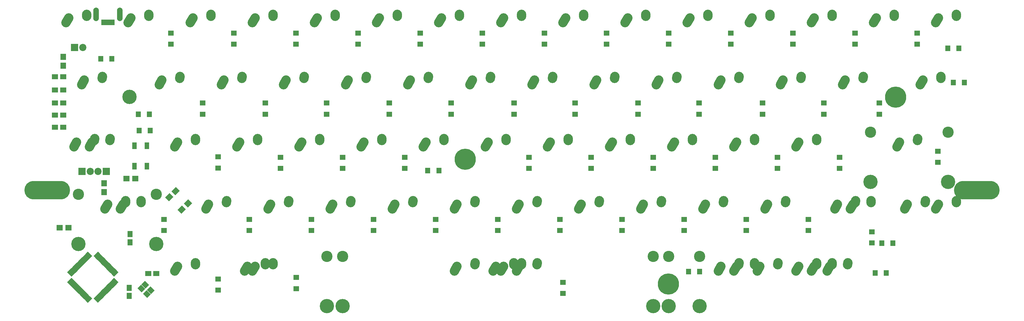
<source format=gbs>
G04 #@! TF.FileFunction,Soldermask,Bot*
%FSLAX46Y46*%
G04 Gerber Fmt 4.6, Leading zero omitted, Abs format (unit mm)*
G04 Created by KiCad (PCBNEW 4.0.5+dfsg1-4) date Tue May 30 14:12:21 2017*
%MOMM*%
%LPD*%
G01*
G04 APERTURE LIST*
%ADD10C,0.100000*%
%ADD11C,2.900000*%
%ADD12C,3.448000*%
%ADD13C,4.380200*%
%ADD14R,1.900000X1.650000*%
%ADD15R,1.650000X1.900000*%
%ADD16R,1.900000X1.700000*%
%ADD17R,1.400000X2.100000*%
%ADD18O,14.000000X5.600000*%
%ADD19C,4.400000*%
%ADD20C,6.500000*%
%ADD21R,2.200000X2.200000*%
%ADD22C,2.200000*%
%ADD23R,1.700000X1.900000*%
%ADD24R,0.900000X1.800000*%
%ADD25O,1.700000X4.200000*%
%ADD26R,1.600000X1.800000*%
%ADD27R,1.800000X1.600000*%
G04 APERTURE END LIST*
D10*
D11*
X211312953Y-179356296D02*
X210502047Y-180816204D01*
X216852224Y-178276922D02*
X216812776Y-178855578D01*
D12*
X100012500Y-157321250D03*
D13*
X100012500Y-172561250D03*
D12*
X76200000Y-157321250D03*
D13*
X76200000Y-172561250D03*
D10*
G36*
X82137958Y-174833437D02*
X82809709Y-175505188D01*
X81466206Y-176848691D01*
X80794455Y-176176940D01*
X82137958Y-174833437D01*
X82137958Y-174833437D01*
G37*
G36*
X82703643Y-175399123D02*
X83375394Y-176070874D01*
X82031891Y-177414377D01*
X81360140Y-176742626D01*
X82703643Y-175399123D01*
X82703643Y-175399123D01*
G37*
G36*
X83269328Y-175964808D02*
X83941079Y-176636559D01*
X82597576Y-177980062D01*
X81925825Y-177308311D01*
X83269328Y-175964808D01*
X83269328Y-175964808D01*
G37*
G36*
X83835014Y-176530493D02*
X84506765Y-177202244D01*
X83163262Y-178545747D01*
X82491511Y-177873996D01*
X83835014Y-176530493D01*
X83835014Y-176530493D01*
G37*
G36*
X84400699Y-177096179D02*
X85072450Y-177767930D01*
X83728947Y-179111433D01*
X83057196Y-178439682D01*
X84400699Y-177096179D01*
X84400699Y-177096179D01*
G37*
G36*
X84966385Y-177661864D02*
X85638136Y-178333615D01*
X84294633Y-179677118D01*
X83622882Y-179005367D01*
X84966385Y-177661864D01*
X84966385Y-177661864D01*
G37*
G36*
X85532070Y-178227550D02*
X86203821Y-178899301D01*
X84860318Y-180242804D01*
X84188567Y-179571053D01*
X85532070Y-178227550D01*
X85532070Y-178227550D01*
G37*
G36*
X86097756Y-178793235D02*
X86769507Y-179464986D01*
X85426004Y-180808489D01*
X84754253Y-180136738D01*
X86097756Y-178793235D01*
X86097756Y-178793235D01*
G37*
G36*
X86663441Y-179358921D02*
X87335192Y-180030672D01*
X85991689Y-181374175D01*
X85319938Y-180702424D01*
X86663441Y-179358921D01*
X86663441Y-179358921D01*
G37*
G36*
X87229126Y-179924606D02*
X87900877Y-180596357D01*
X86557374Y-181939860D01*
X85885623Y-181268109D01*
X87229126Y-179924606D01*
X87229126Y-179924606D01*
G37*
G36*
X87794812Y-180490291D02*
X88466563Y-181162042D01*
X87123060Y-182505545D01*
X86451309Y-181833794D01*
X87794812Y-180490291D01*
X87794812Y-180490291D01*
G37*
G36*
X88466563Y-184237958D02*
X87794812Y-184909709D01*
X86451309Y-183566206D01*
X87123060Y-182894455D01*
X88466563Y-184237958D01*
X88466563Y-184237958D01*
G37*
G36*
X87900877Y-184803643D02*
X87229126Y-185475394D01*
X85885623Y-184131891D01*
X86557374Y-183460140D01*
X87900877Y-184803643D01*
X87900877Y-184803643D01*
G37*
G36*
X87335192Y-185369328D02*
X86663441Y-186041079D01*
X85319938Y-184697576D01*
X85991689Y-184025825D01*
X87335192Y-185369328D01*
X87335192Y-185369328D01*
G37*
G36*
X86769507Y-185935014D02*
X86097756Y-186606765D01*
X84754253Y-185263262D01*
X85426004Y-184591511D01*
X86769507Y-185935014D01*
X86769507Y-185935014D01*
G37*
G36*
X86203821Y-186500699D02*
X85532070Y-187172450D01*
X84188567Y-185828947D01*
X84860318Y-185157196D01*
X86203821Y-186500699D01*
X86203821Y-186500699D01*
G37*
G36*
X85638136Y-187066385D02*
X84966385Y-187738136D01*
X83622882Y-186394633D01*
X84294633Y-185722882D01*
X85638136Y-187066385D01*
X85638136Y-187066385D01*
G37*
G36*
X85072450Y-187632070D02*
X84400699Y-188303821D01*
X83057196Y-186960318D01*
X83728947Y-186288567D01*
X85072450Y-187632070D01*
X85072450Y-187632070D01*
G37*
G36*
X84506765Y-188197756D02*
X83835014Y-188869507D01*
X82491511Y-187526004D01*
X83163262Y-186854253D01*
X84506765Y-188197756D01*
X84506765Y-188197756D01*
G37*
G36*
X83941079Y-188763441D02*
X83269328Y-189435192D01*
X81925825Y-188091689D01*
X82597576Y-187419938D01*
X83941079Y-188763441D01*
X83941079Y-188763441D01*
G37*
G36*
X83375394Y-189329126D02*
X82703643Y-190000877D01*
X81360140Y-188657374D01*
X82031891Y-187985623D01*
X83375394Y-189329126D01*
X83375394Y-189329126D01*
G37*
G36*
X82809709Y-189894812D02*
X82137958Y-190566563D01*
X80794455Y-189223060D01*
X81466206Y-188551309D01*
X82809709Y-189894812D01*
X82809709Y-189894812D01*
G37*
G36*
X79733794Y-188551309D02*
X80405545Y-189223060D01*
X79062042Y-190566563D01*
X78390291Y-189894812D01*
X79733794Y-188551309D01*
X79733794Y-188551309D01*
G37*
G36*
X79168109Y-187985623D02*
X79839860Y-188657374D01*
X78496357Y-190000877D01*
X77824606Y-189329126D01*
X79168109Y-187985623D01*
X79168109Y-187985623D01*
G37*
G36*
X78602424Y-187419938D02*
X79274175Y-188091689D01*
X77930672Y-189435192D01*
X77258921Y-188763441D01*
X78602424Y-187419938D01*
X78602424Y-187419938D01*
G37*
G36*
X78036738Y-186854253D02*
X78708489Y-187526004D01*
X77364986Y-188869507D01*
X76693235Y-188197756D01*
X78036738Y-186854253D01*
X78036738Y-186854253D01*
G37*
G36*
X77471053Y-186288567D02*
X78142804Y-186960318D01*
X76799301Y-188303821D01*
X76127550Y-187632070D01*
X77471053Y-186288567D01*
X77471053Y-186288567D01*
G37*
G36*
X76905367Y-185722882D02*
X77577118Y-186394633D01*
X76233615Y-187738136D01*
X75561864Y-187066385D01*
X76905367Y-185722882D01*
X76905367Y-185722882D01*
G37*
G36*
X76339682Y-185157196D02*
X77011433Y-185828947D01*
X75667930Y-187172450D01*
X74996179Y-186500699D01*
X76339682Y-185157196D01*
X76339682Y-185157196D01*
G37*
G36*
X75773996Y-184591511D02*
X76445747Y-185263262D01*
X75102244Y-186606765D01*
X74430493Y-185935014D01*
X75773996Y-184591511D01*
X75773996Y-184591511D01*
G37*
G36*
X75208311Y-184025825D02*
X75880062Y-184697576D01*
X74536559Y-186041079D01*
X73864808Y-185369328D01*
X75208311Y-184025825D01*
X75208311Y-184025825D01*
G37*
G36*
X74642626Y-183460140D02*
X75314377Y-184131891D01*
X73970874Y-185475394D01*
X73299123Y-184803643D01*
X74642626Y-183460140D01*
X74642626Y-183460140D01*
G37*
G36*
X74076940Y-182894455D02*
X74748691Y-183566206D01*
X73405188Y-184909709D01*
X72733437Y-184237958D01*
X74076940Y-182894455D01*
X74076940Y-182894455D01*
G37*
G36*
X74748691Y-181833794D02*
X74076940Y-182505545D01*
X72733437Y-181162042D01*
X73405188Y-180490291D01*
X74748691Y-181833794D01*
X74748691Y-181833794D01*
G37*
G36*
X75314377Y-181268109D02*
X74642626Y-181939860D01*
X73299123Y-180596357D01*
X73970874Y-179924606D01*
X75314377Y-181268109D01*
X75314377Y-181268109D01*
G37*
G36*
X75880062Y-180702424D02*
X75208311Y-181374175D01*
X73864808Y-180030672D01*
X74536559Y-179358921D01*
X75880062Y-180702424D01*
X75880062Y-180702424D01*
G37*
G36*
X76445747Y-180136738D02*
X75773996Y-180808489D01*
X74430493Y-179464986D01*
X75102244Y-178793235D01*
X76445747Y-180136738D01*
X76445747Y-180136738D01*
G37*
G36*
X77011433Y-179571053D02*
X76339682Y-180242804D01*
X74996179Y-178899301D01*
X75667930Y-178227550D01*
X77011433Y-179571053D01*
X77011433Y-179571053D01*
G37*
G36*
X77577118Y-179005367D02*
X76905367Y-179677118D01*
X75561864Y-178333615D01*
X76233615Y-177661864D01*
X77577118Y-179005367D01*
X77577118Y-179005367D01*
G37*
G36*
X78142804Y-178439682D02*
X77471053Y-179111433D01*
X76127550Y-177767930D01*
X76799301Y-177096179D01*
X78142804Y-178439682D01*
X78142804Y-178439682D01*
G37*
G36*
X78708489Y-177873996D02*
X78036738Y-178545747D01*
X76693235Y-177202244D01*
X77364986Y-176530493D01*
X78708489Y-177873996D01*
X78708489Y-177873996D01*
G37*
G36*
X79274175Y-177308311D02*
X78602424Y-177980062D01*
X77258921Y-176636559D01*
X77930672Y-175964808D01*
X79274175Y-177308311D01*
X79274175Y-177308311D01*
G37*
G36*
X79839860Y-176742626D02*
X79168109Y-177414377D01*
X77824606Y-176070874D01*
X78496357Y-175399123D01*
X79839860Y-176742626D01*
X79839860Y-176742626D01*
G37*
G36*
X80405545Y-176176940D02*
X79733794Y-176848691D01*
X78390291Y-175505188D01*
X79062042Y-174833437D01*
X80405545Y-176176940D01*
X80405545Y-176176940D01*
G37*
D14*
X100050000Y-181550000D03*
X97550000Y-181550000D03*
D15*
X91750000Y-188450000D03*
X91750000Y-185950000D03*
D14*
X71500000Y-136750000D03*
X69000000Y-136750000D03*
X71500000Y-133000000D03*
X69000000Y-133000000D03*
X71500000Y-129250000D03*
X69000000Y-129250000D03*
X71500000Y-125250000D03*
X69000000Y-125250000D03*
X71500000Y-121250000D03*
X69000000Y-121250000D03*
D15*
X92000000Y-172000000D03*
X92000000Y-169500000D03*
D16*
X90900000Y-152500000D03*
X93600000Y-152500000D03*
X70400000Y-167500000D03*
X73100000Y-167500000D03*
D10*
G36*
X103974695Y-159427386D02*
X102772614Y-158225305D01*
X104116117Y-156881802D01*
X105318198Y-158083883D01*
X103974695Y-159427386D01*
X103974695Y-159427386D01*
G37*
G36*
X105883883Y-157518198D02*
X104681802Y-156316117D01*
X106025305Y-154972614D01*
X107227386Y-156174695D01*
X105883883Y-157518198D01*
X105883883Y-157518198D01*
G37*
G36*
X109825305Y-158772614D02*
X111027386Y-159974695D01*
X109683883Y-161318198D01*
X108481802Y-160116117D01*
X109825305Y-158772614D01*
X109825305Y-158772614D01*
G37*
G36*
X107916117Y-160681802D02*
X109118198Y-161883883D01*
X107774695Y-163227386D01*
X106572614Y-162025305D01*
X107916117Y-160681802D01*
X107916117Y-160681802D01*
G37*
D17*
X97150000Y-148650000D03*
X97150000Y-142350000D03*
X93350000Y-148650000D03*
X93350000Y-142350000D03*
D18*
X66600000Y-156000000D03*
X351700000Y-156000000D03*
D19*
X91800000Y-127400000D03*
D20*
X326800000Y-127500000D03*
X257100000Y-184800000D03*
X194800000Y-146500000D03*
D10*
G36*
X94248349Y-186081802D02*
X95379720Y-184950431D01*
X96652513Y-186223224D01*
X95521142Y-187354595D01*
X94248349Y-186081802D01*
X94248349Y-186081802D01*
G37*
G36*
X95945405Y-187778858D02*
X97076776Y-186647487D01*
X98349569Y-187920280D01*
X97218198Y-189051651D01*
X95945405Y-187778858D01*
X95945405Y-187778858D01*
G37*
G36*
X95450431Y-184879720D02*
X96581802Y-183748349D01*
X97854595Y-185021142D01*
X96723224Y-186152513D01*
X95450431Y-184879720D01*
X95450431Y-184879720D01*
G37*
G36*
X97147487Y-186576776D02*
X98278858Y-185445405D01*
X99551651Y-186718198D01*
X98420280Y-187849569D01*
X97147487Y-186576776D01*
X97147487Y-186576776D01*
G37*
D21*
X75000000Y-112250000D03*
D22*
X77540000Y-112250000D03*
D21*
X77250000Y-150250000D03*
D22*
X79790000Y-150250000D03*
D23*
X71500000Y-117850000D03*
X71500000Y-115150000D03*
X84000000Y-156600000D03*
X84000000Y-153900000D03*
D21*
X84750000Y-150250000D03*
D22*
X82210000Y-150250000D03*
D11*
X75581703Y-141256296D02*
X74770797Y-142716204D01*
X81120974Y-140176922D02*
X81081526Y-140755578D01*
D24*
X83650000Y-104500000D03*
X84450000Y-104500000D03*
X85250000Y-104500000D03*
X86050000Y-104500000D03*
X86850000Y-104500000D03*
D25*
X81600000Y-102100000D03*
X88900000Y-102100000D03*
D11*
X297037953Y-179356296D02*
X296227047Y-180816204D01*
X302577224Y-178276922D02*
X302537776Y-178855578D01*
X306562953Y-179356296D02*
X305752047Y-180816204D01*
X312102224Y-178276922D02*
X312062776Y-178855578D01*
X320850453Y-103156296D02*
X320039547Y-104616204D01*
X326389724Y-102076922D02*
X326350276Y-102655578D01*
X73200453Y-103156296D02*
X72389547Y-104616204D01*
X78739724Y-102076922D02*
X78700276Y-102655578D01*
X111300453Y-103156296D02*
X110489547Y-104616204D01*
X116839724Y-102076922D02*
X116800276Y-102655578D01*
X130350453Y-103156296D02*
X129539547Y-104616204D01*
X135889724Y-102076922D02*
X135850276Y-102655578D01*
X149400453Y-103156296D02*
X148589547Y-104616204D01*
X154939724Y-102076922D02*
X154900276Y-102655578D01*
X168450453Y-103156296D02*
X167639547Y-104616204D01*
X173989724Y-102076922D02*
X173950276Y-102655578D01*
X187500453Y-103156296D02*
X186689547Y-104616204D01*
X193039724Y-102076922D02*
X193000276Y-102655578D01*
X206550453Y-103156296D02*
X205739547Y-104616204D01*
X212089724Y-102076922D02*
X212050276Y-102655578D01*
X225600453Y-103156296D02*
X224789547Y-104616204D01*
X231139724Y-102076922D02*
X231100276Y-102655578D01*
X244650453Y-103156296D02*
X243839547Y-104616204D01*
X250189724Y-102076922D02*
X250150276Y-102655578D01*
X263700453Y-103156296D02*
X262889547Y-104616204D01*
X269239724Y-102076922D02*
X269200276Y-102655578D01*
X282750453Y-103156296D02*
X281939547Y-104616204D01*
X288289724Y-102076922D02*
X288250276Y-102655578D01*
X301800453Y-103156296D02*
X300989547Y-104616204D01*
X307339724Y-102076922D02*
X307300276Y-102655578D01*
X101775453Y-122206296D02*
X100964547Y-123666204D01*
X107314724Y-121126922D02*
X107275276Y-121705578D01*
X120825453Y-122206296D02*
X120014547Y-123666204D01*
X126364724Y-121126922D02*
X126325276Y-121705578D01*
X139875453Y-122206296D02*
X139064547Y-123666204D01*
X145414724Y-121126922D02*
X145375276Y-121705578D01*
X158925453Y-122206296D02*
X158114547Y-123666204D01*
X164464724Y-121126922D02*
X164425276Y-121705578D01*
X177975453Y-122206296D02*
X177164547Y-123666204D01*
X183514724Y-121126922D02*
X183475276Y-121705578D01*
X197025453Y-122206296D02*
X196214547Y-123666204D01*
X202564724Y-121126922D02*
X202525276Y-121705578D01*
X216075453Y-122206296D02*
X215264547Y-123666204D01*
X221614724Y-121126922D02*
X221575276Y-121705578D01*
X235125453Y-122206296D02*
X234314547Y-123666204D01*
X240664724Y-121126922D02*
X240625276Y-121705578D01*
X254175453Y-122206296D02*
X253364547Y-123666204D01*
X259714724Y-121126922D02*
X259675276Y-121705578D01*
X273225453Y-122206296D02*
X272414547Y-123666204D01*
X278764724Y-121126922D02*
X278725276Y-121705578D01*
X292275453Y-122206296D02*
X291464547Y-123666204D01*
X297814724Y-121126922D02*
X297775276Y-121705578D01*
X311325453Y-122206296D02*
X310514547Y-123666204D01*
X316864724Y-121126922D02*
X316825276Y-121705578D01*
X106537953Y-141256296D02*
X105727047Y-142716204D01*
X112077224Y-140176922D02*
X112037776Y-140755578D01*
X125587953Y-141256296D02*
X124777047Y-142716204D01*
X131127224Y-140176922D02*
X131087776Y-140755578D01*
X144637953Y-141256296D02*
X143827047Y-142716204D01*
X150177224Y-140176922D02*
X150137776Y-140755578D01*
X163687953Y-141256296D02*
X162877047Y-142716204D01*
X169227224Y-140176922D02*
X169187776Y-140755578D01*
X182737953Y-141256296D02*
X181927047Y-142716204D01*
X188277224Y-140176922D02*
X188237776Y-140755578D01*
X201787953Y-141256296D02*
X200977047Y-142716204D01*
X207327224Y-140176922D02*
X207287776Y-140755578D01*
X220837953Y-141256296D02*
X220027047Y-142716204D01*
X226377224Y-140176922D02*
X226337776Y-140755578D01*
X239887953Y-141256296D02*
X239077047Y-142716204D01*
X245427224Y-140176922D02*
X245387776Y-140755578D01*
X258937953Y-141256296D02*
X258127047Y-142716204D01*
X264477224Y-140176922D02*
X264437776Y-140755578D01*
X277987953Y-141256296D02*
X277177047Y-142716204D01*
X283527224Y-140176922D02*
X283487776Y-140755578D01*
X297037953Y-141256296D02*
X296227047Y-142716204D01*
X302577224Y-140176922D02*
X302537776Y-140755578D01*
X116062953Y-160306296D02*
X115252047Y-161766204D01*
X121602224Y-159226922D02*
X121562776Y-159805578D01*
X135112953Y-160306296D02*
X134302047Y-161766204D01*
X140652224Y-159226922D02*
X140612776Y-159805578D01*
X154162953Y-160306296D02*
X153352047Y-161766204D01*
X159702224Y-159226922D02*
X159662776Y-159805578D01*
X173212953Y-160306296D02*
X172402047Y-161766204D01*
X178752224Y-159226922D02*
X178712776Y-159805578D01*
X192262953Y-160306296D02*
X191452047Y-161766204D01*
X197802224Y-159226922D02*
X197762776Y-159805578D01*
X211312953Y-160306296D02*
X210502047Y-161766204D01*
X216852224Y-159226922D02*
X216812776Y-159805578D01*
X230362953Y-160306296D02*
X229552047Y-161766204D01*
X235902224Y-159226922D02*
X235862776Y-159805578D01*
X249412953Y-160306296D02*
X248602047Y-161766204D01*
X254952224Y-159226922D02*
X254912776Y-159805578D01*
X268462953Y-160306296D02*
X267652047Y-161766204D01*
X274002224Y-159226922D02*
X273962776Y-159805578D01*
X287512953Y-160306296D02*
X286702047Y-161766204D01*
X293052224Y-159226922D02*
X293012776Y-159805578D01*
X330375453Y-160306296D02*
X329564547Y-161766204D01*
X335914724Y-159226922D02*
X335875276Y-159805578D01*
X106537953Y-179356296D02*
X105727047Y-180816204D01*
X112077224Y-178276922D02*
X112037776Y-178855578D01*
X301800453Y-179356296D02*
X300989547Y-180816204D01*
X307339724Y-178276922D02*
X307300276Y-178855578D01*
X339900453Y-103156296D02*
X339089547Y-104616204D01*
X345439724Y-102076922D02*
X345400276Y-102655578D01*
X92250453Y-103156296D02*
X91439547Y-104616204D01*
X97789724Y-102076922D02*
X97750276Y-102655578D01*
X80344203Y-141256296D02*
X79533297Y-142716204D01*
X85883474Y-140176922D02*
X85844026Y-140755578D01*
X89869203Y-160306296D02*
X89058297Y-161766204D01*
X95408474Y-159226922D02*
X95369026Y-159805578D01*
X308944203Y-160306296D02*
X308133297Y-161766204D01*
X314483474Y-159226922D02*
X314444026Y-159805578D01*
X285131703Y-179356296D02*
X284320797Y-180816204D01*
X290670974Y-178276922D02*
X290631526Y-178855578D01*
X127969203Y-179356296D02*
X127158297Y-180816204D01*
X133508474Y-178276922D02*
X133469026Y-178855578D01*
X77962953Y-122206296D02*
X77152047Y-123666204D01*
X83502224Y-121126922D02*
X83462776Y-121705578D01*
X130350453Y-179356296D02*
X129539547Y-180816204D01*
X135889724Y-178276922D02*
X135850276Y-178855578D01*
X277987953Y-179356296D02*
X277177047Y-180816204D01*
X283527224Y-178276922D02*
X283487776Y-178855578D01*
X335137953Y-122206296D02*
X334327047Y-123666204D01*
X340677224Y-121126922D02*
X340637776Y-121705578D01*
X273225453Y-179356296D02*
X272414547Y-180816204D01*
X278764724Y-178276922D02*
X278725276Y-178855578D01*
X206550453Y-179356296D02*
X205739547Y-180816204D01*
X212089724Y-178276922D02*
X212050276Y-178855578D01*
X204169203Y-179356296D02*
X203358297Y-180816204D01*
X209708474Y-178276922D02*
X209669026Y-178855578D01*
D12*
X342900000Y-138271250D03*
D13*
X342900000Y-153511250D03*
D12*
X157162500Y-176371250D03*
D13*
X157162500Y-191611250D03*
D12*
X257175000Y-176371250D03*
D13*
X257175000Y-191611250D03*
D12*
X152400000Y-176371250D03*
D13*
X152400000Y-191611250D03*
D12*
X266700000Y-176371250D03*
D13*
X266700000Y-191611250D03*
D12*
X252412500Y-176371250D03*
D13*
X252412500Y-191611250D03*
D12*
X319087500Y-138271250D03*
D13*
X319087500Y-153511250D03*
D11*
X327994203Y-141256296D02*
X327183297Y-142716204D01*
X333533474Y-140176922D02*
X333494026Y-140755578D01*
D26*
X344500000Y-123000000D03*
X347900000Y-123000000D03*
D27*
X333375000Y-107837500D03*
X333375000Y-111237500D03*
D26*
X346200000Y-112500000D03*
X342800000Y-112500000D03*
X320500000Y-181400000D03*
X323900000Y-181400000D03*
X266700000Y-181000000D03*
X263300000Y-181000000D03*
D27*
X224750000Y-184300000D03*
X224750000Y-187700000D03*
X143000000Y-182800000D03*
X143000000Y-186200000D03*
X119000000Y-183300000D03*
X119000000Y-186700000D03*
D26*
X325950000Y-172250000D03*
X322550000Y-172250000D03*
D27*
X319500000Y-168800000D03*
X319500000Y-172200000D03*
X300037500Y-164987500D03*
X300037500Y-168387500D03*
X280987500Y-164987500D03*
X280987500Y-168387500D03*
X261937500Y-164987500D03*
X261937500Y-168387500D03*
X242887500Y-164987500D03*
X242887500Y-168387500D03*
X223837500Y-164987500D03*
X223837500Y-168387500D03*
X204787500Y-164987500D03*
X204787500Y-168387500D03*
X185737500Y-164987500D03*
X185737500Y-168387500D03*
X166687500Y-164987500D03*
X166687500Y-168387500D03*
X147637500Y-164987500D03*
X147637500Y-168387500D03*
X128587500Y-164987500D03*
X128587500Y-168387500D03*
X102393750Y-164987500D03*
X102393750Y-168387500D03*
X339750000Y-144050000D03*
X339750000Y-147450000D03*
X309562500Y-145937500D03*
X309562500Y-149337500D03*
X290512500Y-145937500D03*
X290512500Y-149337500D03*
X271462500Y-145937500D03*
X271462500Y-149337500D03*
X252412500Y-145937500D03*
X252412500Y-149337500D03*
X233362500Y-145937500D03*
X233362500Y-149337500D03*
X214312500Y-145937500D03*
X214312500Y-149337500D03*
D26*
X186700000Y-150000000D03*
X183300000Y-150000000D03*
D27*
X176212500Y-145937500D03*
X176212500Y-149337500D03*
X157162500Y-145937500D03*
X157162500Y-149337500D03*
X138112500Y-145937500D03*
X138112500Y-149337500D03*
X119000000Y-145800000D03*
X119000000Y-149200000D03*
D26*
X94800000Y-137750000D03*
X98200000Y-137750000D03*
D27*
X321750000Y-129300000D03*
X321750000Y-132700000D03*
X304750000Y-129300000D03*
X304750000Y-132700000D03*
X286000000Y-129300000D03*
X286000000Y-132700000D03*
X266500000Y-129300000D03*
X266500000Y-132700000D03*
X247750000Y-129300000D03*
X247750000Y-132700000D03*
X228500000Y-129300000D03*
X228500000Y-132700000D03*
X209750000Y-129300000D03*
X209750000Y-132700000D03*
X190500000Y-129300000D03*
X190500000Y-132700000D03*
X171500000Y-129300000D03*
X171500000Y-132700000D03*
X152250000Y-129300000D03*
X152250000Y-132700000D03*
X133500000Y-129300000D03*
X133500000Y-132700000D03*
X114250000Y-129300000D03*
X114250000Y-132700000D03*
D26*
X94550000Y-132750000D03*
X97950000Y-132750000D03*
D27*
X314325000Y-107837500D03*
X314325000Y-111237500D03*
X295275000Y-107837500D03*
X295275000Y-111237500D03*
X276225000Y-107837500D03*
X276225000Y-111237500D03*
X257175000Y-107837500D03*
X257175000Y-111237500D03*
X238125000Y-107837500D03*
X238125000Y-111237500D03*
X219075000Y-107837500D03*
X219075000Y-111237500D03*
X200025000Y-107837500D03*
X200025000Y-111237500D03*
X161925000Y-107837500D03*
X161925000Y-111237500D03*
X142875000Y-107837500D03*
X142875000Y-111237500D03*
X123825000Y-107837500D03*
X123825000Y-111237500D03*
X104500000Y-107800000D03*
X104500000Y-111200000D03*
D26*
X83050000Y-115750000D03*
X86450000Y-115750000D03*
D27*
X180975000Y-107837500D03*
X180975000Y-111237500D03*
D11*
X85106703Y-160306296D02*
X84295797Y-161766204D01*
X90645974Y-159226922D02*
X90606526Y-159805578D01*
X339900453Y-160306296D02*
X339089547Y-161766204D01*
X345439724Y-159226922D02*
X345400276Y-159805578D01*
X313706703Y-160306296D02*
X312895797Y-161766204D01*
X319245974Y-159226922D02*
X319206526Y-159805578D01*
X192262953Y-179356296D02*
X191452047Y-180816204D01*
X197802224Y-178276922D02*
X197762776Y-178855578D01*
M02*

</source>
